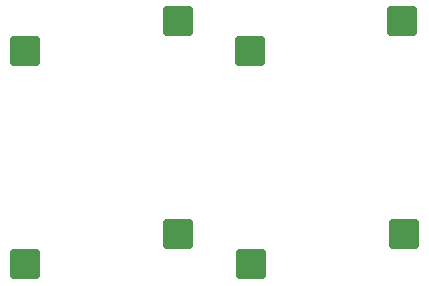
<source format=gbr>
%TF.GenerationSoftware,KiCad,Pcbnew,9.0.2*%
%TF.CreationDate,2025-07-05T11:42:38+02:00*%
%TF.ProjectId,test-stef_6_inter,74657374-2d73-4746-9566-5f365f696e74,rev?*%
%TF.SameCoordinates,Original*%
%TF.FileFunction,Paste,Bot*%
%TF.FilePolarity,Positive*%
%FSLAX46Y46*%
G04 Gerber Fmt 4.6, Leading zero omitted, Abs format (unit mm)*
G04 Created by KiCad (PCBNEW 9.0.2) date 2025-07-05 11:42:38*
%MOMM*%
%LPD*%
G01*
G04 APERTURE LIST*
G04 Aperture macros list*
%AMRoundRect*
0 Rectangle with rounded corners*
0 $1 Rounding radius*
0 $2 $3 $4 $5 $6 $7 $8 $9 X,Y pos of 4 corners*
0 Add a 4 corners polygon primitive as box body*
4,1,4,$2,$3,$4,$5,$6,$7,$8,$9,$2,$3,0*
0 Add four circle primitives for the rounded corners*
1,1,$1+$1,$2,$3*
1,1,$1+$1,$4,$5*
1,1,$1+$1,$6,$7*
1,1,$1+$1,$8,$9*
0 Add four rect primitives between the rounded corners*
20,1,$1+$1,$2,$3,$4,$5,0*
20,1,$1+$1,$4,$5,$6,$7,0*
20,1,$1+$1,$6,$7,$8,$9,0*
20,1,$1+$1,$8,$9,$2,$3,0*%
G04 Aperture macros list end*
%ADD10RoundRect,0.250000X-1.025000X-1.000000X1.025000X-1.000000X1.025000X1.000000X-1.025000X1.000000X0*%
G04 APERTURE END LIST*
D10*
%TO.C,SW5*%
X180502000Y-115040000D03*
X193429000Y-112500000D03*
%TD*%
%TO.C,SW1*%
X161375000Y-97000000D03*
X174302000Y-94460000D03*
%TD*%
%TO.C,SW2*%
X180375000Y-97000000D03*
X193302000Y-94460000D03*
%TD*%
%TO.C,SW4*%
X161375000Y-115040000D03*
X174302000Y-112500000D03*
%TD*%
M02*

</source>
